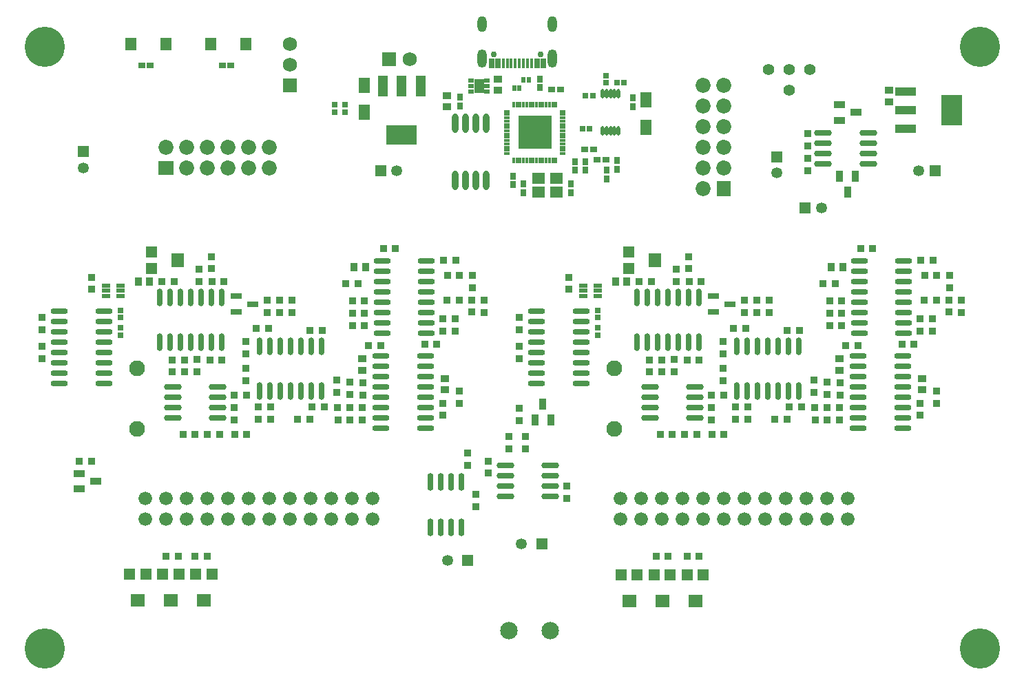
<source format=gts>
G04*
G04 #@! TF.GenerationSoftware,Altium Limited,Altium Designer,24.8.2 (39)*
G04*
G04 Layer_Color=8388736*
%FSLAX25Y25*%
%MOIN*%
G70*
G04*
G04 #@! TF.SameCoordinates,8134F229-52BB-4174-A8A1-A21A1ADD1C6F*
G04*
G04*
G04 #@! TF.FilePolarity,Negative*
G04*
G01*
G75*
%ADD47R,0.03802X0.03575*%
%ADD48R,0.02526X0.03511*%
%ADD49R,0.03511X0.02526*%
%ADD50R,0.01969X0.02756*%
%ADD51R,0.02526X0.02627*%
%ADD52R,0.03575X0.03802*%
%ADD53R,0.06890X0.06496*%
%ADD54R,0.05315X0.05315*%
%ADD55R,0.05315X0.05315*%
%ADD56R,0.06496X0.06890*%
%ADD57R,0.05433X0.05945*%
%ADD58R,0.05512X0.03347*%
%ADD59R,0.03347X0.05512*%
%ADD60R,0.04134X0.02165*%
%ADD61R,0.05512X0.02953*%
%ADD62C,0.05512*%
%ADD63R,0.10315X0.04449*%
%ADD64R,0.10315X0.14764*%
%ADD65R,0.06102X0.05315*%
%ADD66R,0.14764X0.09803*%
%ADD67R,0.04921X0.10433*%
%ADD68R,0.05693X0.07510*%
%ADD69R,0.03740X0.04134*%
%ADD70R,0.04134X0.03740*%
%ADD71R,0.02559X0.01969*%
%ADD72R,0.04528X0.06890*%
%ADD73O,0.08642X0.02906*%
%ADD74R,0.03018X0.01187*%
%ADD75R,0.01187X0.03018*%
%ADD76R,0.16148X0.16148*%
%ADD77O,0.03071X0.09449*%
%ADD78O,0.02906X0.08642*%
%ADD79O,0.01772X0.04528*%
%ADD80O,0.08350X0.02961*%
%ADD81O,0.02850X0.08614*%
G04:AMPARAMS|DCode=82|XSize=27.56mil|YSize=49.21mil|CornerRadius=4.92mil|HoleSize=0mil|Usage=FLASHONLY|Rotation=180.000|XOffset=0mil|YOffset=0mil|HoleType=Round|Shape=RoundedRectangle|*
%AMROUNDEDRECTD82*
21,1,0.02756,0.03937,0,0,180.0*
21,1,0.01772,0.04921,0,0,180.0*
1,1,0.00984,-0.00886,0.01968*
1,1,0.00984,0.00886,0.01968*
1,1,0.00984,0.00886,-0.01968*
1,1,0.00984,-0.00886,-0.01968*
%
%ADD82ROUNDEDRECTD82*%
G04:AMPARAMS|DCode=83|XSize=15.75mil|YSize=49.21mil|CornerRadius=3.45mil|HoleSize=0mil|Usage=FLASHONLY|Rotation=180.000|XOffset=0mil|YOffset=0mil|HoleType=Round|Shape=RoundedRectangle|*
%AMROUNDEDRECTD83*
21,1,0.01575,0.04232,0,0,180.0*
21,1,0.00886,0.04921,0,0,180.0*
1,1,0.00689,-0.00443,0.02116*
1,1,0.00689,0.00443,0.02116*
1,1,0.00689,0.00443,-0.02116*
1,1,0.00689,-0.00443,-0.02116*
%
%ADD83ROUNDEDRECTD83*%
%ADD84R,0.02627X0.02526*%
%ADD85R,0.06890X0.06890*%
%ADD86C,0.06890*%
%ADD87R,0.05315X0.05315*%
%ADD88C,0.05315*%
%ADD89R,0.05315X0.05315*%
%ADD90C,0.19488*%
%ADD91C,0.07677*%
%ADD92O,0.04528X0.08858*%
%ADD93C,0.02953*%
%ADD94O,0.04528X0.07677*%
%ADD95R,0.06890X0.06890*%
%ADD96C,0.08465*%
%ADD97C,0.06591*%
%ADD98R,0.07284X0.06890*%
%ADD99C,0.07284*%
%ADD100R,0.06890X0.07284*%
D47*
X389000Y257000D02*
D03*
Y251068D02*
D03*
Y268932D02*
D03*
Y263000D02*
D03*
X93583Y153656D02*
D03*
Y159588D02*
D03*
X324583Y153656D02*
D03*
Y159588D02*
D03*
X87583Y153588D02*
D03*
Y159520D02*
D03*
X318583Y153588D02*
D03*
Y159520D02*
D03*
X81583Y153588D02*
D03*
Y159520D02*
D03*
X312583Y153588D02*
D03*
Y159520D02*
D03*
X100583Y203588D02*
D03*
Y209520D02*
D03*
X331583Y203588D02*
D03*
Y209520D02*
D03*
X94583Y197520D02*
D03*
Y203452D02*
D03*
X325583Y197520D02*
D03*
Y203452D02*
D03*
X117191Y162501D02*
D03*
Y168432D02*
D03*
X348190Y162501D02*
D03*
Y168432D02*
D03*
X139583Y182520D02*
D03*
Y188452D02*
D03*
X370583Y182520D02*
D03*
Y188452D02*
D03*
X127583Y182520D02*
D03*
Y188452D02*
D03*
X358583Y182520D02*
D03*
Y188452D02*
D03*
X133583Y182520D02*
D03*
Y188452D02*
D03*
X364583Y182520D02*
D03*
Y188452D02*
D03*
X117191Y149501D02*
D03*
Y155432D02*
D03*
X348190Y149501D02*
D03*
Y155432D02*
D03*
X161083Y143620D02*
D03*
Y149552D02*
D03*
X392083Y143620D02*
D03*
Y149552D02*
D03*
X220583Y138520D02*
D03*
Y144452D02*
D03*
X451583Y138520D02*
D03*
Y144452D02*
D03*
X212583Y132588D02*
D03*
Y138520D02*
D03*
X443583Y132588D02*
D03*
Y138520D02*
D03*
X173583Y130520D02*
D03*
Y136452D02*
D03*
X404583Y130520D02*
D03*
Y136452D02*
D03*
X173690Y142401D02*
D03*
Y148333D02*
D03*
X404691Y142401D02*
D03*
Y148333D02*
D03*
X167475Y142707D02*
D03*
Y148639D02*
D03*
X398475Y142707D02*
D03*
Y148639D02*
D03*
X42583Y193588D02*
D03*
Y199520D02*
D03*
X273583Y193588D02*
D03*
Y199520D02*
D03*
X226583Y182588D02*
D03*
Y188520D02*
D03*
X457583Y182588D02*
D03*
Y188520D02*
D03*
X232583Y182520D02*
D03*
Y188452D02*
D03*
X463583Y182520D02*
D03*
Y188452D02*
D03*
X226691Y194401D02*
D03*
Y200332D02*
D03*
X457690Y194401D02*
D03*
Y200332D02*
D03*
X111583Y130520D02*
D03*
Y136452D02*
D03*
X342583Y130520D02*
D03*
Y136452D02*
D03*
X249583Y130120D02*
D03*
Y136052D02*
D03*
X272583Y92520D02*
D03*
Y98452D02*
D03*
X234583Y104588D02*
D03*
Y110520D02*
D03*
X252583Y116520D02*
D03*
Y122452D02*
D03*
X244583Y116520D02*
D03*
Y122452D02*
D03*
X224583Y108520D02*
D03*
Y114452D02*
D03*
X228583Y88520D02*
D03*
Y94452D02*
D03*
X18345Y174148D02*
D03*
Y180080D02*
D03*
X249345Y174148D02*
D03*
Y180080D02*
D03*
X18453Y160028D02*
D03*
Y165960D02*
D03*
X249453Y160028D02*
D03*
Y165960D02*
D03*
D48*
X304400Y286492D02*
D03*
Y282200D02*
D03*
X220700Y282454D02*
D03*
Y286746D02*
D03*
X259583Y291228D02*
D03*
Y295520D02*
D03*
X276583Y251228D02*
D03*
Y255520D02*
D03*
X281583Y251228D02*
D03*
Y255520D02*
D03*
X251583Y240520D02*
D03*
Y244812D02*
D03*
X274583Y240520D02*
D03*
Y244812D02*
D03*
X291928Y247088D02*
D03*
Y251379D02*
D03*
X296828Y251787D02*
D03*
Y256080D02*
D03*
X246583Y244228D02*
D03*
Y248520D02*
D03*
D49*
X109946Y302000D02*
D03*
X105654D02*
D03*
X70946Y302200D02*
D03*
X66654D02*
D03*
X287291Y256520D02*
D03*
X291583D02*
D03*
X265191Y290320D02*
D03*
X269483D02*
D03*
X281291Y261520D02*
D03*
X285583D02*
D03*
D50*
X251500Y295000D02*
D03*
X254059D02*
D03*
X249559Y291000D02*
D03*
X247000D02*
D03*
D51*
X56453Y179960D02*
D03*
Y183368D02*
D03*
X287453Y179960D02*
D03*
Y183368D02*
D03*
X160061Y282880D02*
D03*
Y279472D02*
D03*
X165000Y282908D02*
D03*
Y279500D02*
D03*
X291521Y293639D02*
D03*
Y297047D02*
D03*
X56583Y171520D02*
D03*
Y174928D02*
D03*
X287583Y171520D02*
D03*
Y174928D02*
D03*
D52*
X99651Y159520D02*
D03*
X105583D02*
D03*
X330651D02*
D03*
X336583D02*
D03*
X122270Y174727D02*
D03*
X128202D02*
D03*
X353270D02*
D03*
X359202D02*
D03*
X78583Y64520D02*
D03*
X84515D02*
D03*
X315651D02*
D03*
X321583D02*
D03*
X92583D02*
D03*
X98515D02*
D03*
X330651D02*
D03*
X336583D02*
D03*
X123083Y136620D02*
D03*
X129015D02*
D03*
X354083D02*
D03*
X360015D02*
D03*
X149151D02*
D03*
X155083D02*
D03*
X380151D02*
D03*
X386083D02*
D03*
X148270Y173728D02*
D03*
X154202D02*
D03*
X379270D02*
D03*
X385202D02*
D03*
X123151Y130620D02*
D03*
X129083D02*
D03*
X354151D02*
D03*
X360083D02*
D03*
X142083D02*
D03*
X148015D02*
D03*
X373083D02*
D03*
X379015D02*
D03*
X161651Y130520D02*
D03*
X167583D02*
D03*
X392651D02*
D03*
X398583D02*
D03*
X407583Y166520D02*
D03*
X413515D02*
D03*
X161583Y136520D02*
D03*
X167515D02*
D03*
X392583D02*
D03*
X398515D02*
D03*
X212583Y173520D02*
D03*
X218515D02*
D03*
X443583D02*
D03*
X449515D02*
D03*
X203651Y167020D02*
D03*
X209583D02*
D03*
X434651D02*
D03*
X440583D02*
D03*
X214463Y188412D02*
D03*
X220395D02*
D03*
X445464D02*
D03*
X451396D02*
D03*
X165583Y196520D02*
D03*
X171515D02*
D03*
X396583D02*
D03*
X402515D02*
D03*
X168651Y188020D02*
D03*
X174583D02*
D03*
X399651D02*
D03*
X405583D02*
D03*
X212583Y179520D02*
D03*
X218515D02*
D03*
X443583D02*
D03*
X449515D02*
D03*
X214651Y200520D02*
D03*
X220583D02*
D03*
X445651D02*
D03*
X451583D02*
D03*
X168651Y176020D02*
D03*
X174583D02*
D03*
X399651D02*
D03*
X405583D02*
D03*
X86651Y123520D02*
D03*
X92583D02*
D03*
X317651D02*
D03*
X323583D02*
D03*
X212770Y207628D02*
D03*
X218702D02*
D03*
X443770D02*
D03*
X449702D02*
D03*
X183651Y213520D02*
D03*
X189583D02*
D03*
X414651D02*
D03*
X420583D02*
D03*
X168651Y182020D02*
D03*
X174583D02*
D03*
X399651D02*
D03*
X405583D02*
D03*
X98583Y123520D02*
D03*
X104515D02*
D03*
X329583D02*
D03*
X335515D02*
D03*
X111651D02*
D03*
X117583D02*
D03*
X342651D02*
D03*
X348583D02*
D03*
X111583Y142520D02*
D03*
X117515D02*
D03*
X342583D02*
D03*
X348515D02*
D03*
X100651Y197520D02*
D03*
X106583D02*
D03*
X331651D02*
D03*
X337583D02*
D03*
X36583Y110520D02*
D03*
X42515D02*
D03*
X176583Y166520D02*
D03*
X182515D02*
D03*
X76583Y197520D02*
D03*
X82515D02*
D03*
X307583D02*
D03*
X313515D02*
D03*
D53*
X64784Y42972D02*
D03*
X302646Y42725D02*
D03*
X80783Y42972D02*
D03*
X318646Y42725D02*
D03*
X96784Y42972D02*
D03*
X334646Y42725D02*
D03*
D54*
X60847Y55767D02*
D03*
X68721D02*
D03*
X298709Y55520D02*
D03*
X306583D02*
D03*
X76846Y55767D02*
D03*
X84720D02*
D03*
X314709Y55520D02*
D03*
X322583D02*
D03*
X92847Y55767D02*
D03*
X100721D02*
D03*
X330709Y55520D02*
D03*
X338583D02*
D03*
D55*
X71335Y203783D02*
D03*
Y211658D02*
D03*
X302335Y203783D02*
D03*
Y211658D02*
D03*
D56*
X84130Y207720D02*
D03*
X315130D02*
D03*
D57*
X61379Y312520D02*
D03*
X78583D02*
D03*
X100004Y312387D02*
D03*
X117208D02*
D03*
D58*
X404583Y275520D02*
D03*
Y283000D02*
D03*
X412457Y279260D02*
D03*
X36583Y97040D02*
D03*
Y104520D02*
D03*
X44457Y100780D02*
D03*
D59*
X404583Y248520D02*
D03*
X408323Y240646D02*
D03*
X412063Y248520D02*
D03*
X257203Y130320D02*
D03*
X264683D02*
D03*
X260943Y138194D02*
D03*
D60*
X49497Y190402D02*
D03*
Y192961D02*
D03*
Y195520D02*
D03*
X56583Y190402D02*
D03*
Y192961D02*
D03*
Y195520D02*
D03*
X280497Y190402D02*
D03*
Y192961D02*
D03*
Y195520D02*
D03*
X287583Y190402D02*
D03*
Y192961D02*
D03*
Y195520D02*
D03*
D61*
X112315Y190279D02*
D03*
Y182760D02*
D03*
X120583Y186520D02*
D03*
X343315Y190279D02*
D03*
Y182760D02*
D03*
X351583Y186520D02*
D03*
D62*
X380000Y300000D02*
D03*
X370000D02*
D03*
X390000D02*
D03*
X380000Y290000D02*
D03*
D63*
X436399Y271369D02*
D03*
Y280424D02*
D03*
Y289479D02*
D03*
D64*
X458720Y280424D02*
D03*
D65*
X258921Y240827D02*
D03*
Y247520D02*
D03*
X267583Y240827D02*
D03*
Y247520D02*
D03*
D66*
X192583Y268520D02*
D03*
D67*
X183528Y291905D02*
D03*
X192583D02*
D03*
X201638D02*
D03*
D68*
X310945Y272085D02*
D03*
Y285363D02*
D03*
X174583Y279242D02*
D03*
Y292520D02*
D03*
D69*
X65071Y197520D02*
D03*
X70583D02*
D03*
X296071D02*
D03*
X301583D02*
D03*
X169571Y204520D02*
D03*
X175083D02*
D03*
X400571D02*
D03*
X406083D02*
D03*
D70*
X173453Y154448D02*
D03*
Y159960D02*
D03*
X404453Y154448D02*
D03*
Y159960D02*
D03*
X213383Y145020D02*
D03*
Y150532D02*
D03*
X444383Y145020D02*
D03*
Y150532D02*
D03*
X239000Y290000D02*
D03*
Y295512D02*
D03*
X428583Y284520D02*
D03*
Y290032D02*
D03*
X214583Y282020D02*
D03*
Y287532D02*
D03*
D71*
X226063Y289441D02*
D03*
Y294559D02*
D03*
Y292000D02*
D03*
X233937Y289441D02*
D03*
Y292000D02*
D03*
Y294559D02*
D03*
D72*
X230000Y292000D02*
D03*
D73*
X396583Y254520D02*
D03*
Y259520D02*
D03*
Y264520D02*
D03*
Y269520D02*
D03*
X418413Y259520D02*
D03*
Y254520D02*
D03*
Y269520D02*
D03*
Y264520D02*
D03*
X242753Y98520D02*
D03*
Y93520D02*
D03*
Y108520D02*
D03*
Y103520D02*
D03*
X264583Y98520D02*
D03*
Y93520D02*
D03*
Y108520D02*
D03*
Y103520D02*
D03*
X81753Y131520D02*
D03*
Y136520D02*
D03*
Y141520D02*
D03*
Y146520D02*
D03*
X103583Y131520D02*
D03*
Y136520D02*
D03*
Y146520D02*
D03*
Y141520D02*
D03*
X312753Y131520D02*
D03*
Y136520D02*
D03*
Y141520D02*
D03*
Y146520D02*
D03*
X334583Y131520D02*
D03*
Y136520D02*
D03*
Y146520D02*
D03*
Y141520D02*
D03*
D74*
X243605Y259368D02*
D03*
Y260943D02*
D03*
Y265667D02*
D03*
Y262518D02*
D03*
Y264092D02*
D03*
Y267242D02*
D03*
Y271966D02*
D03*
Y268817D02*
D03*
Y270392D02*
D03*
Y278266D02*
D03*
Y275116D02*
D03*
Y276691D02*
D03*
Y279840D02*
D03*
Y273541D02*
D03*
X270436Y259368D02*
D03*
Y260943D02*
D03*
Y265667D02*
D03*
Y262518D02*
D03*
Y264092D02*
D03*
Y267242D02*
D03*
Y268817D02*
D03*
Y270392D02*
D03*
Y271966D02*
D03*
Y273541D02*
D03*
Y278266D02*
D03*
Y275116D02*
D03*
Y276691D02*
D03*
Y279840D02*
D03*
D75*
X246784Y256189D02*
D03*
X248359D02*
D03*
X249934D02*
D03*
X253083D02*
D03*
X256233D02*
D03*
X254658D02*
D03*
X251508D02*
D03*
X246784Y283020D02*
D03*
X249934D02*
D03*
X248359D02*
D03*
X253083D02*
D03*
X256233D02*
D03*
X254658D02*
D03*
X251508D02*
D03*
X257808Y256189D02*
D03*
X259382D02*
D03*
X264107D02*
D03*
X267256D02*
D03*
X265682D02*
D03*
X260957D02*
D03*
X262532D02*
D03*
X257808Y283020D02*
D03*
X260957D02*
D03*
X259382D02*
D03*
X264107D02*
D03*
X267256D02*
D03*
X265682D02*
D03*
X262532D02*
D03*
D76*
X257020Y269604D02*
D03*
D77*
X223583Y246224D02*
D03*
X218583D02*
D03*
X223583Y274020D02*
D03*
X218583D02*
D03*
X228583Y246224D02*
D03*
X233583D02*
D03*
X228583Y274020D02*
D03*
X233583D02*
D03*
D78*
X206583Y78520D02*
D03*
X211583D02*
D03*
X206583Y100350D02*
D03*
X211583D02*
D03*
X216583Y78520D02*
D03*
X221583D02*
D03*
X216583Y100350D02*
D03*
X221583D02*
D03*
D79*
X289709Y270410D02*
D03*
X291677D02*
D03*
X293646D02*
D03*
X289709Y288520D02*
D03*
X291677D02*
D03*
X293646D02*
D03*
X295614Y270410D02*
D03*
X297583D02*
D03*
X295614Y288520D02*
D03*
X297583D02*
D03*
D80*
X26913Y147960D02*
D03*
Y152960D02*
D03*
Y157960D02*
D03*
Y162960D02*
D03*
Y167960D02*
D03*
Y172960D02*
D03*
Y177960D02*
D03*
Y182960D02*
D03*
X48453Y147960D02*
D03*
Y152960D02*
D03*
Y157960D02*
D03*
Y162960D02*
D03*
Y167960D02*
D03*
Y172960D02*
D03*
Y177960D02*
D03*
Y182960D02*
D03*
X257913Y147960D02*
D03*
Y152960D02*
D03*
Y157960D02*
D03*
Y162960D02*
D03*
Y167960D02*
D03*
Y172960D02*
D03*
Y177960D02*
D03*
Y182960D02*
D03*
X279453Y147960D02*
D03*
Y152960D02*
D03*
Y157960D02*
D03*
Y162960D02*
D03*
Y167960D02*
D03*
Y172960D02*
D03*
Y177960D02*
D03*
Y182960D02*
D03*
X182583Y131520D02*
D03*
Y136520D02*
D03*
Y126520D02*
D03*
Y141520D02*
D03*
Y146520D02*
D03*
Y151520D02*
D03*
Y156520D02*
D03*
Y161520D02*
D03*
X204123Y126520D02*
D03*
Y131520D02*
D03*
Y136520D02*
D03*
Y141520D02*
D03*
Y146520D02*
D03*
Y156520D02*
D03*
Y161520D02*
D03*
Y151520D02*
D03*
X413583Y131520D02*
D03*
Y136520D02*
D03*
Y126520D02*
D03*
Y141520D02*
D03*
Y146520D02*
D03*
Y151520D02*
D03*
Y156520D02*
D03*
Y161520D02*
D03*
X435123Y126520D02*
D03*
Y131520D02*
D03*
Y136520D02*
D03*
Y141520D02*
D03*
Y146520D02*
D03*
Y156520D02*
D03*
Y161520D02*
D03*
Y151520D02*
D03*
X183043Y177520D02*
D03*
Y182520D02*
D03*
Y172520D02*
D03*
Y187520D02*
D03*
Y192520D02*
D03*
Y197520D02*
D03*
Y202520D02*
D03*
Y207520D02*
D03*
X204583Y172520D02*
D03*
Y177520D02*
D03*
Y182520D02*
D03*
Y187520D02*
D03*
Y192520D02*
D03*
Y202520D02*
D03*
Y207520D02*
D03*
Y197520D02*
D03*
X414043Y177520D02*
D03*
Y182520D02*
D03*
Y172520D02*
D03*
Y187520D02*
D03*
Y192520D02*
D03*
Y197520D02*
D03*
Y202520D02*
D03*
Y207520D02*
D03*
X435583Y172520D02*
D03*
Y177520D02*
D03*
Y182520D02*
D03*
Y187520D02*
D03*
Y192520D02*
D03*
Y202520D02*
D03*
Y207520D02*
D03*
Y197520D02*
D03*
D81*
X75453Y167960D02*
D03*
X85453D02*
D03*
X80453D02*
D03*
X75453Y189764D02*
D03*
X85453D02*
D03*
X80453D02*
D03*
X90453Y167960D02*
D03*
X100453D02*
D03*
X95453D02*
D03*
X105453D02*
D03*
X90453Y189764D02*
D03*
X95453D02*
D03*
X100453D02*
D03*
X105453D02*
D03*
X306453Y167960D02*
D03*
X316453D02*
D03*
X311453D02*
D03*
X306453Y189764D02*
D03*
X316453D02*
D03*
X311453D02*
D03*
X321453Y167960D02*
D03*
X331453D02*
D03*
X326453D02*
D03*
X336453D02*
D03*
X321453Y189764D02*
D03*
X326453D02*
D03*
X331453D02*
D03*
X336453D02*
D03*
X123953Y144256D02*
D03*
X133953D02*
D03*
X128953D02*
D03*
X123953Y166060D02*
D03*
X133953D02*
D03*
X128953D02*
D03*
X138953Y144256D02*
D03*
X148953D02*
D03*
X143953D02*
D03*
X153953D02*
D03*
X138953Y166060D02*
D03*
X143953D02*
D03*
X148953D02*
D03*
X153953D02*
D03*
X354953Y144256D02*
D03*
X364953D02*
D03*
X359953D02*
D03*
X354953Y166060D02*
D03*
X364953D02*
D03*
X359953D02*
D03*
X369953Y144256D02*
D03*
X379953D02*
D03*
X374953D02*
D03*
X384953D02*
D03*
X369953Y166060D02*
D03*
X374953D02*
D03*
X379953D02*
D03*
X384953D02*
D03*
D82*
X235984Y303159D02*
D03*
X239134D02*
D03*
X258032D02*
D03*
X261181D02*
D03*
D83*
X243661D02*
D03*
X241693D02*
D03*
X253504D02*
D03*
X249567D02*
D03*
X251535D02*
D03*
X255472D02*
D03*
X245630D02*
D03*
X247598D02*
D03*
D84*
X280175Y271520D02*
D03*
X283583D02*
D03*
X281600Y287300D02*
D03*
X285008D02*
D03*
X296703Y293581D02*
D03*
X300111D02*
D03*
D85*
X186400Y305100D02*
D03*
D86*
X196400D02*
D03*
X138583Y302520D02*
D03*
Y312520D02*
D03*
D87*
X374200Y257874D02*
D03*
X38583Y260394D02*
D03*
D88*
X374200Y250000D02*
D03*
X395737Y233200D02*
D03*
X190274Y251000D02*
D03*
X442963Y251200D02*
D03*
X214740Y62520D02*
D03*
X38583Y252520D02*
D03*
X250583Y70520D02*
D03*
D89*
X387863Y233200D02*
D03*
X182400Y251000D02*
D03*
X450837Y251200D02*
D03*
X224583Y62520D02*
D03*
X260425Y70520D02*
D03*
D90*
X472441Y311024D02*
D03*
Y19685D02*
D03*
X19685D02*
D03*
Y311024D02*
D03*
D91*
X64583Y125992D02*
D03*
Y155520D02*
D03*
X295583Y125992D02*
D03*
Y155520D02*
D03*
D92*
X231575Y305423D02*
D03*
X265591D02*
D03*
D93*
X237205Y307392D02*
D03*
X259961D02*
D03*
D94*
X231575Y321880D02*
D03*
X265591D02*
D03*
D95*
X138583Y292520D02*
D03*
D96*
X244583Y28520D02*
D03*
X264583D02*
D03*
D97*
X68583Y82520D02*
D03*
X88583D02*
D03*
X98583D02*
D03*
X108583D02*
D03*
X78583D02*
D03*
X68583Y92520D02*
D03*
X78583D02*
D03*
X108583D02*
D03*
X98583D02*
D03*
X88583D02*
D03*
X128583Y82520D02*
D03*
X118583D02*
D03*
X158583D02*
D03*
X138583D02*
D03*
X148583D02*
D03*
X178583D02*
D03*
X168583D02*
D03*
X118583Y92520D02*
D03*
X138583D02*
D03*
X128583D02*
D03*
X148583D02*
D03*
X178583D02*
D03*
X158583D02*
D03*
X168583D02*
D03*
X298583Y82520D02*
D03*
X318583D02*
D03*
X328583D02*
D03*
X338583D02*
D03*
X308583D02*
D03*
X298583Y92520D02*
D03*
X308583D02*
D03*
X338583D02*
D03*
X328583D02*
D03*
X318583D02*
D03*
X358583Y82520D02*
D03*
X348583D02*
D03*
X388583D02*
D03*
X368583D02*
D03*
X378583D02*
D03*
X408583D02*
D03*
X398583D02*
D03*
X348583Y92520D02*
D03*
X368583D02*
D03*
X358583D02*
D03*
X378583D02*
D03*
X408583D02*
D03*
X388583D02*
D03*
X398583D02*
D03*
D98*
X78583Y252520D02*
D03*
D99*
Y262520D02*
D03*
X88583D02*
D03*
Y252520D02*
D03*
X98583D02*
D03*
X118583D02*
D03*
X108583D02*
D03*
X128583D02*
D03*
X98583Y262520D02*
D03*
X108583D02*
D03*
X128583D02*
D03*
X118583D02*
D03*
X338583Y242520D02*
D03*
Y292520D02*
D03*
Y282520D02*
D03*
Y272520D02*
D03*
Y252520D02*
D03*
Y262520D02*
D03*
X348583Y252520D02*
D03*
Y272520D02*
D03*
Y262520D02*
D03*
Y292520D02*
D03*
Y282520D02*
D03*
D100*
Y242520D02*
D03*
M02*

</source>
